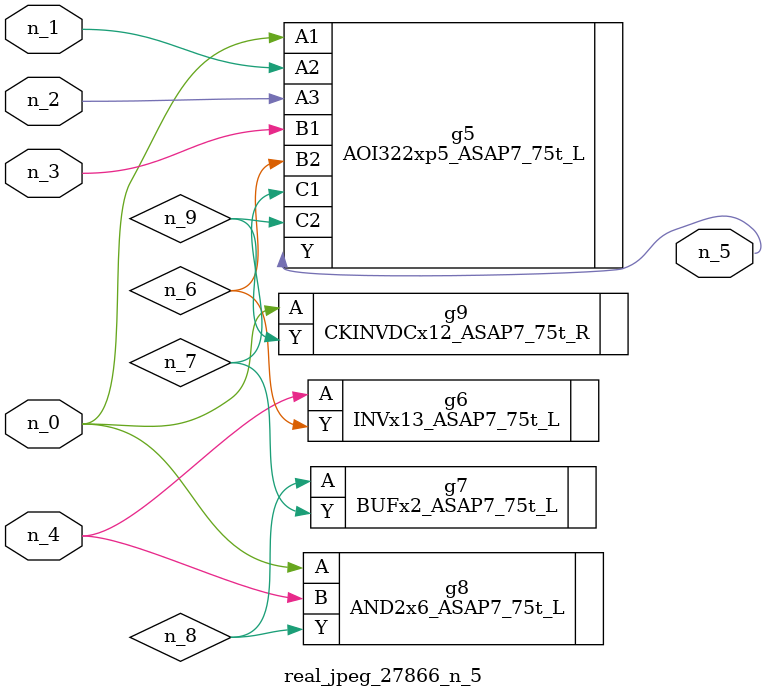
<source format=v>
module real_jpeg_27866_n_5 (n_4, n_0, n_1, n_2, n_3, n_5);

input n_4;
input n_0;
input n_1;
input n_2;
input n_3;

output n_5;

wire n_8;
wire n_6;
wire n_7;
wire n_9;

AOI322xp5_ASAP7_75t_L g5 ( 
.A1(n_0),
.A2(n_1),
.A3(n_2),
.B1(n_3),
.B2(n_6),
.C1(n_7),
.C2(n_9),
.Y(n_5)
);

AND2x6_ASAP7_75t_L g8 ( 
.A(n_0),
.B(n_4),
.Y(n_8)
);

CKINVDCx12_ASAP7_75t_R g9 ( 
.A(n_0),
.Y(n_9)
);

INVx13_ASAP7_75t_L g6 ( 
.A(n_4),
.Y(n_6)
);

BUFx2_ASAP7_75t_L g7 ( 
.A(n_8),
.Y(n_7)
);


endmodule
</source>
